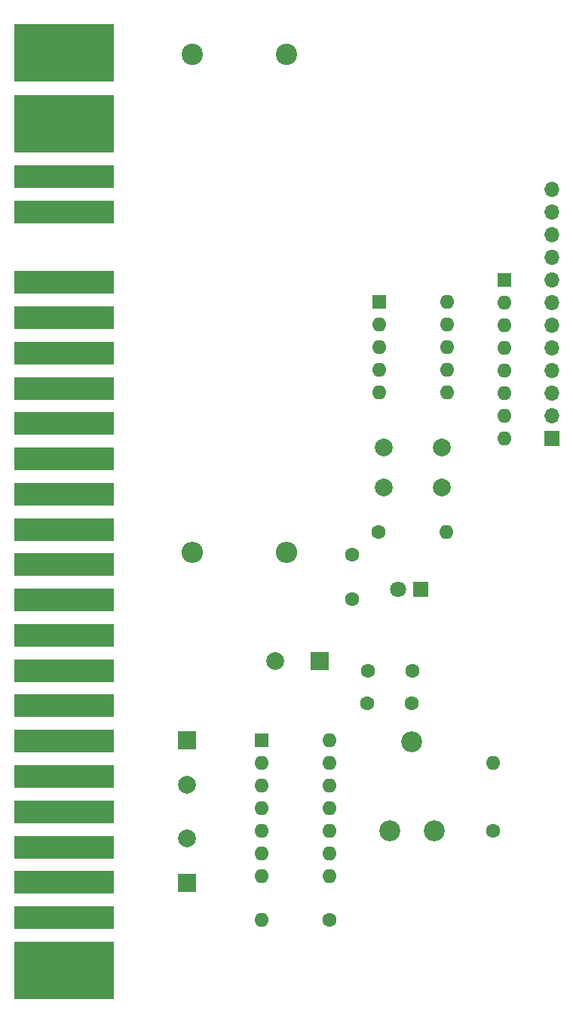
<source format=gbr>
%TF.GenerationSoftware,KiCad,Pcbnew,8.0.7*%
%TF.CreationDate,2025-03-21T14:51:30-04:00*%
%TF.ProjectId,TRS2-Voice-Tester,54525332-2d56-46f6-9963-652d54657374,rev?*%
%TF.SameCoordinates,Original*%
%TF.FileFunction,Soldermask,Bot*%
%TF.FilePolarity,Negative*%
%FSLAX46Y46*%
G04 Gerber Fmt 4.6, Leading zero omitted, Abs format (unit mm)*
G04 Created by KiCad (PCBNEW 8.0.7) date 2025-03-21 14:51:30*
%MOMM*%
%LPD*%
G01*
G04 APERTURE LIST*
%ADD10C,1.600000*%
%ADD11O,1.600000X1.600000*%
%ADD12R,1.600000X1.600000*%
%ADD13C,2.000000*%
%ADD14C,2.400000*%
%ADD15O,2.400000X2.400000*%
%ADD16R,1.700000X1.700000*%
%ADD17O,1.700000X1.700000*%
%ADD18R,11.300000X6.500000*%
%ADD19R,11.300000X2.540000*%
%ADD20R,2.000000X2.000000*%
%ADD21C,2.340000*%
%ADD22R,1.800000X1.800000*%
%ADD23C,1.800000*%
G04 APERTURE END LIST*
D10*
%TO.C,R1*%
X129460000Y-102040000D03*
D11*
X137080000Y-102040000D03*
%TD*%
D12*
%TO.C,U1*%
X116380000Y-125395000D03*
D11*
X116380000Y-127935000D03*
X116380000Y-130475000D03*
X116380000Y-133015000D03*
X116380000Y-135555000D03*
X116380000Y-138095000D03*
X116380000Y-140635000D03*
X124000000Y-140635000D03*
X124000000Y-138095000D03*
X124000000Y-135555000D03*
X124000000Y-133015000D03*
X124000000Y-130475000D03*
X124000000Y-127935000D03*
X124000000Y-125395000D03*
%TD*%
D13*
%TO.C,SW1*%
X136590000Y-97030000D03*
X130090000Y-97030000D03*
X136590000Y-92530000D03*
X130090000Y-92530000D03*
%TD*%
D10*
%TO.C,R2*%
X123990000Y-145590000D03*
D11*
X116370000Y-145590000D03*
%TD*%
D10*
%TO.C,R3*%
X142370000Y-135600000D03*
D11*
X142370000Y-127980000D03*
%TD*%
D14*
%TO.C,R5*%
X108590000Y-48430000D03*
D15*
X108590000Y-104310000D03*
%TD*%
D16*
%TO.C,J1*%
X148980000Y-91530000D03*
D17*
X148980000Y-88990000D03*
X148980000Y-86450000D03*
X148980000Y-83910000D03*
X148980000Y-81370000D03*
X148980000Y-78830000D03*
X148980000Y-76290000D03*
X148980000Y-73750000D03*
X148980000Y-71210000D03*
X148980000Y-68670000D03*
X148980000Y-66130000D03*
X148980000Y-63590000D03*
%TD*%
D18*
%TO.C,J2*%
X94150000Y-48310000D03*
X94150000Y-56230000D03*
D19*
X94150000Y-62170000D03*
X94150000Y-66130000D03*
X94150000Y-74050000D03*
X94150000Y-78010000D03*
X94150000Y-81970000D03*
X94150000Y-85930000D03*
X94150000Y-89890000D03*
X94150000Y-93850000D03*
X94150000Y-97810000D03*
X94150000Y-101770000D03*
X94150000Y-105730000D03*
X94150000Y-109690000D03*
X94150000Y-113650000D03*
X94150000Y-117610000D03*
X94150000Y-121570000D03*
X94150000Y-125530000D03*
X94150000Y-129490000D03*
X94150000Y-133450000D03*
X94150000Y-137410000D03*
X94150000Y-141370000D03*
X94150000Y-145330000D03*
D18*
X94150000Y-151270000D03*
%TD*%
D20*
%TO.C,C3*%
X122850000Y-116565000D03*
D13*
X117850000Y-116565000D03*
%TD*%
D21*
%TO.C,RV1*%
X135710000Y-135620000D03*
X133210000Y-125620000D03*
X130710000Y-135620000D03*
%TD*%
D12*
%TO.C,RN1*%
X143630000Y-73750000D03*
D11*
X143630000Y-76290000D03*
X143630000Y-78830000D03*
X143630000Y-81370000D03*
X143630000Y-83910000D03*
X143630000Y-86450000D03*
X143630000Y-88990000D03*
X143630000Y-91530000D03*
%TD*%
D20*
%TO.C,C1*%
X108000000Y-141457677D03*
D13*
X108000000Y-136457677D03*
%TD*%
D10*
%TO.C,C4*%
X133260000Y-117600000D03*
X128260000Y-117600000D03*
%TD*%
%TO.C,C6*%
X126490000Y-104600000D03*
X126490000Y-109600000D03*
%TD*%
D12*
%TO.C,SW2*%
X129572500Y-76265000D03*
D11*
X129572500Y-78805000D03*
X129572500Y-81345000D03*
X129572500Y-83885000D03*
X129572500Y-86425000D03*
X137192500Y-86425000D03*
X137192500Y-83885000D03*
X137192500Y-81345000D03*
X137192500Y-78805000D03*
X137192500Y-76265000D03*
%TD*%
D14*
%TO.C,R4*%
X119140000Y-48430000D03*
D15*
X119140000Y-104310000D03*
%TD*%
D22*
%TO.C,D1*%
X134180000Y-108480000D03*
D23*
X131640000Y-108480000D03*
%TD*%
D20*
%TO.C,C2*%
X108000000Y-125392323D03*
D13*
X108000000Y-130392323D03*
%TD*%
D10*
%TO.C,C5*%
X133220000Y-121280000D03*
X128220000Y-121280000D03*
%TD*%
M02*

</source>
